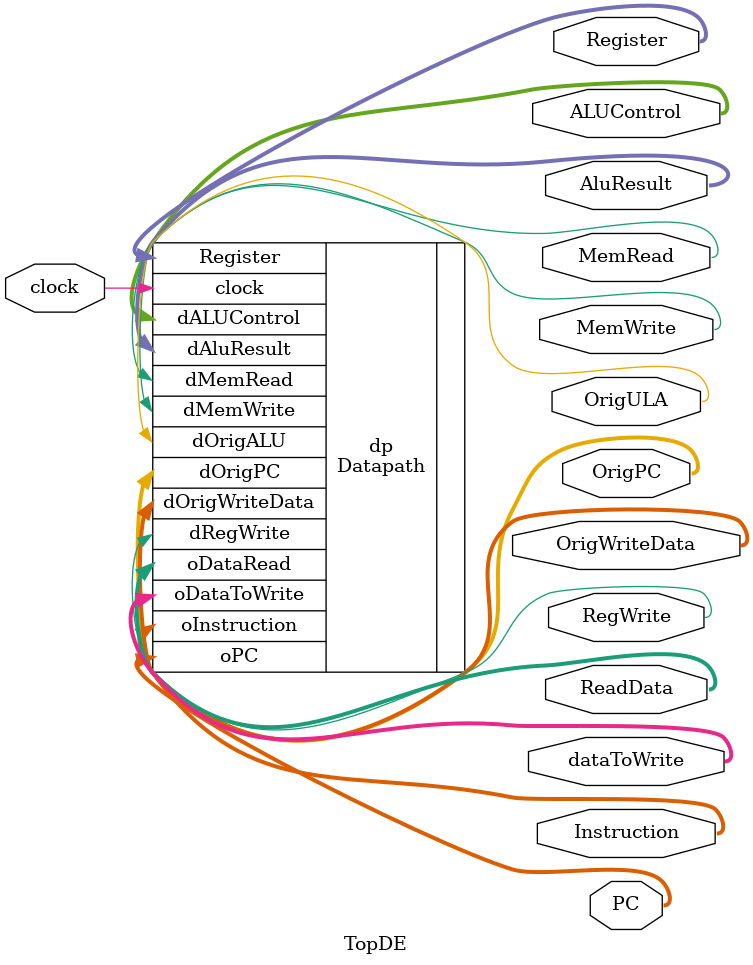
<source format=v>
/* TopDE.v */


`ifndef PARAM
	`include "params.v"
`endif

module TopDE (
	input clock,
	output [31:0] Instruction,
//	output [31:0] registerRead1,
//	output [31:0] registerRead2,
	output [31:0] PC,
	output [31:0] ReadData,
	output [31:0] dataToWrite,
//	
//	output [4:0] RS1,
//	output [4:0] RS2,
//	output [4:0] Rd,
//	
	output [1:0] OrigWriteData,
	output MemRead,
	output [1:0] OrigPC,
	output [3:0] ALUControl,
	output MemWrite,
	output OrigULA,
	output RegWrite,
//	
	output [31:0] AluResult,
	output [31:0] Register
//	output [31:0] Immediate,
);

//assign RS1 = Instruction[19:15];
//assign RS2 = Instruction[24:20];
//assign Rd = Instruction[11:7];


Datapath dp (
	.clock(clock), 
	.oInstruction(Instruction), 
//	.oRegisterRead1(registerRead1), 
//	.oRegisterRead2(registerRead2),
	.oPC(PC),
	.oDataRead(ReadData),
	.oDataToWrite(dataToWrite),
//	
	.dOrigWriteData(OrigWriteData),
	.dMemRead(MemRead),
	.dOrigPC(OrigPC),
	.dALUControl(ALUControl),
	.dMemWrite(MemWrite),
	.dOrigALU(OrigULA),
	.dRegWrite(RegWrite),
//	
	.dAluResult(AluResult),
	.Register(Register)
//	.dImmediate(Immediate),
//	.RAM(RAM)
);

endmodule

</source>
